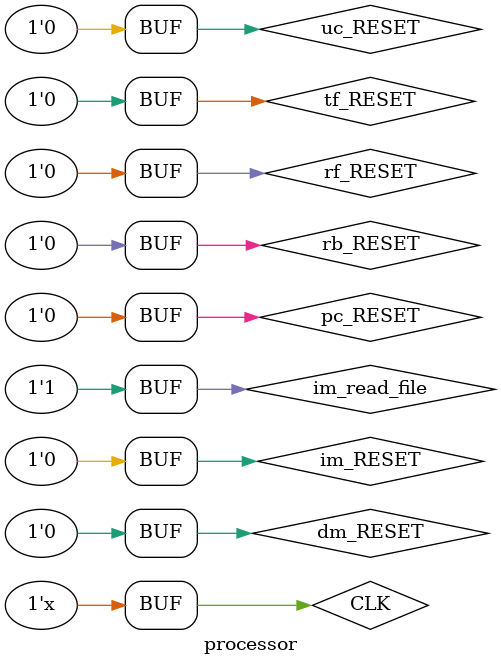
<source format=v>
module processor();
	parameter PERIOD = 5;

	reg CLK;
	initial CLK = 0;
	always #PERIOD CLK = ~CLK;

	reg 		pc_RESET;
	reg 		uc_RESET;
	reg 		im_RESET;
	reg 		rb_RESET;
	reg 		tf_RESET;
	reg 		dm_RESET;
	reg 		rf_RESET;

	wire[31:0]	mxpc_out;
	reg 		im_read_file;
	reg 		im_write_file;
	wire[31:0]	im_instruction;

	wire[31:0]	rb_PRA;
	wire[31:0]	rb_PRB;
	wire[31:0]	se_out;
	wire[4:0]	uc_OP_ALU;
	wire[2:0]	uc_OP_TF;
	wire		uc_W_PC;
	wire		uc_W_DM;
	wire		uc_W_IM;
	wire[2:0]	uc_W_RF;
	wire		uc_S_MXPC;
	wire[1:0]	uc_S_MXRB;
	wire		uc_S_MXSE;

	wire 		tf_out;
	wire[31:0]	dm_Q;
	wire[31:0]	alu_result;
	wire 		alu_O;
	wire 		alu_S;
	wire 		alu_C;
	wire 		alu_Z;

	wire[31:0]	mxrb_out;
	wire 		rf_O;
	wire 		rf_S;
	wire 		rf_C;
	wire 		rf_Z;

	IF if_1(.CLK(CLK),
			.alu_result(alu_result),
			.tf_out(tf_out),
			.mxpc_out(mxpc_out),
			.im_RESET(im_RESET),
			.im_read_file(im_read_file),
			.im_write_file(im_write_file),
			.im_DATA(),
			.im_WE(),
			.im_instruction(im_instruction),
			.pc_RESET(pc_RESET),
			.uc_W_PC(uc_W_PC));

	ID id(	.CLK(CLK),
			.im_instruction(im_instruction),
			.rb_RESET(rb_RESET),
			.rb_WPC(mxrb_out),
			.rb_PRA(rb_PRA),
			.rb_PRB(rb_PRB),
			.se_out(se_out),
			.uc_RESET(uc_RESET),
			.uc_OP_ALU(uc_OP_ALU),
			.uc_OP_TF(uc_OP_TF),
			.uc_W_PC(uc_W_PC),
			.uc_W_DM(uc_W_DM),
			.uc_W_IM(uc_W_IM),
			.uc_W_RF(uc_W_RF),
			.uc_S_MXPC(uc_S_MXPC),
			.uc_S_MXRB(uc_S_MXRB),
			.uc_S_MXSE(uc_S_MXSE));

	EX ex(	.CLK(CLK),
			.rb_PRA(rb_PRA),
			.rb_PRB(rb_PRB),
			.se_out(se_out),
			.uc_S_MXSE(uc_S_MXSE),
			.rf_O(rf_O),
			.rf_S(rf_S),
			.rf_C(rf_C),
			.rf_Z(rf_Z),
			.tf_RESET(tf_RESET),
			.tf_cond(im_instruction[14:12]),
			.uc_OP_TF(uc_OP_TF),
			.tf_out(tf_out),
			.dm_RESET(dm_RESET),
			.dm_read_file(dm_read_file),
			.dm_write_file(dm_write_file),
			.uc_WE(uc_WE),
			.dm_Q(dm_Q),
			.uc_OP_ALU(uc_OP_ALU),
			.alu_result(alu_result),
			.alu_O(alu_O),
			.alu_S(alu_S),
			.alu_C(alu_C),
			.alu_Z(alu_Z));

	WB wb(	.CLK(CLK),
			.mxpc_out(mxpc_out),
			.dm_Q(dm_Q),
			.alu_result(alu_result),
			.uc_S_MXRB(uc_S_MXRB),
			.mxrb_out(mxrb_out),
			.rf_RESET(rf_RESET),
			.alu_O(alu_O),
			.alu_S(alu_S),
			.alu_C(alu_C),
			.alu_Z(alu_Z),
			.uc_W_RF(uc_W_RF),
			.rf_O(rf_O),
			.rf_S(rf_S),
			.rf_C(rf_C),
			.rf_Z(rf_Z));

	initial begin
		im_read_file = 1;
		#PERIOD

		pc_RESET = 1;
		uc_RESET = 1;
		im_RESET = 1;
		rb_RESET = 1;
		tf_RESET = 1;
		dm_RESET = 1;
		rf_RESET = 1;
		#PERIOD

		pc_RESET = 0;
		uc_RESET = 0;
		im_RESET = 0;
		rb_RESET = 0;
		tf_RESET = 0;
		dm_RESET = 0;
		rf_RESET = 0;
		#1000;
	end

endmodule

</source>
